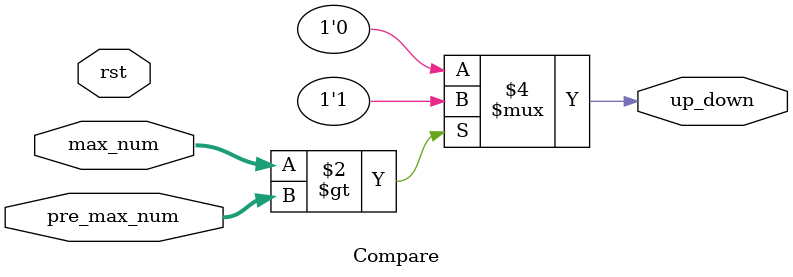
<source format=v>

module Compare(up_down,max_num,pre_max_num,rst);
	input rst;
	input [4:0]max_num; 
	input [4:0]pre_max_num;
	output reg up_down; 
	always @(max_num) begin
		if (max_num>pre_max_num) begin up_down=1; end
		else begin up_down=0; end
	end
endmodule



</source>
